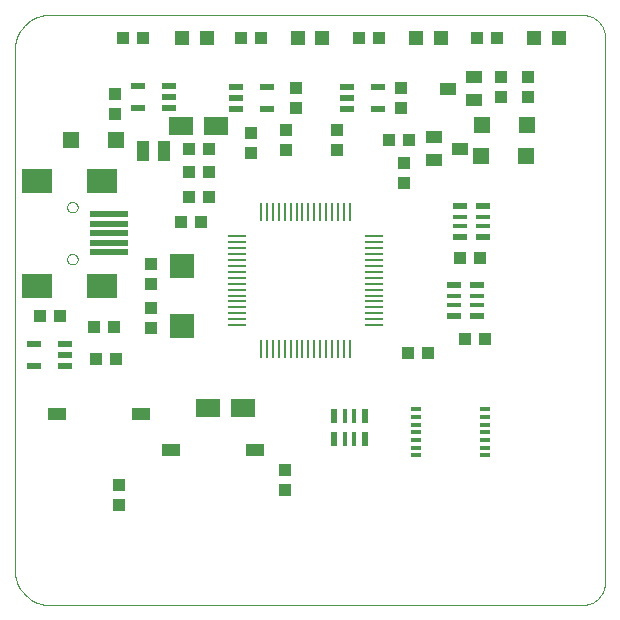
<source format=gtp>
G75*
G70*
%OFA0B0*%
%FSLAX24Y24*%
%IPPOS*%
%LPD*%
%AMOC8*
5,1,8,0,0,1.08239X$1,22.5*
%
%ADD10C,0.0000*%
%ADD11R,0.0433X0.0394*%
%ADD12R,0.0472X0.0472*%
%ADD13R,0.0394X0.0433*%
%ADD14R,0.0402X0.0701*%
%ADD15R,0.0790X0.0591*%
%ADD16R,0.0797X0.0591*%
%ADD17R,0.0354X0.0138*%
%ADD18R,0.0472X0.0217*%
%ADD19R,0.0984X0.0787*%
%ADD20R,0.1299X0.0197*%
%ADD21R,0.0591X0.0110*%
%ADD22R,0.0110X0.0591*%
%ADD23R,0.0800X0.0800*%
%ADD24R,0.0551X0.0394*%
%ADD25R,0.0551X0.0551*%
%ADD26R,0.0173X0.0453*%
%ADD27R,0.0248X0.0453*%
%ADD28R,0.0453X0.0173*%
%ADD29R,0.0453X0.0248*%
%ADD30R,0.0600X0.0400*%
D10*
X002641Y001725D02*
X002641Y019048D01*
X002643Y019114D01*
X002648Y019180D01*
X002658Y019246D01*
X002671Y019311D01*
X002687Y019375D01*
X002707Y019438D01*
X002731Y019500D01*
X002758Y019560D01*
X002788Y019619D01*
X002822Y019676D01*
X002859Y019731D01*
X002899Y019784D01*
X002941Y019835D01*
X002987Y019883D01*
X003035Y019929D01*
X003086Y019971D01*
X003139Y020011D01*
X003194Y020048D01*
X003251Y020082D01*
X003310Y020112D01*
X003370Y020139D01*
X003432Y020163D01*
X003495Y020183D01*
X003559Y020199D01*
X003624Y020212D01*
X003690Y020222D01*
X003756Y020227D01*
X003822Y020229D01*
X021538Y020229D01*
X021592Y020227D01*
X021645Y020222D01*
X021698Y020213D01*
X021750Y020200D01*
X021802Y020184D01*
X021852Y020164D01*
X021900Y020141D01*
X021947Y020114D01*
X021992Y020085D01*
X022035Y020052D01*
X022075Y020017D01*
X022113Y019979D01*
X022148Y019939D01*
X022181Y019896D01*
X022210Y019851D01*
X022237Y019804D01*
X022260Y019756D01*
X022280Y019706D01*
X022296Y019654D01*
X022309Y019602D01*
X022318Y019549D01*
X022323Y019496D01*
X022325Y019442D01*
X022326Y019442D02*
X022326Y001332D01*
X022325Y001332D02*
X022323Y001278D01*
X022318Y001225D01*
X022309Y001172D01*
X022296Y001120D01*
X022280Y001068D01*
X022260Y001018D01*
X022237Y000970D01*
X022210Y000923D01*
X022181Y000878D01*
X022148Y000835D01*
X022113Y000795D01*
X022075Y000757D01*
X022035Y000722D01*
X021992Y000689D01*
X021947Y000660D01*
X021900Y000633D01*
X021852Y000610D01*
X021802Y000590D01*
X021750Y000574D01*
X021698Y000561D01*
X021645Y000552D01*
X021592Y000547D01*
X021538Y000545D01*
X021538Y000544D02*
X003822Y000544D01*
X003756Y000546D01*
X003690Y000551D01*
X003624Y000561D01*
X003559Y000574D01*
X003495Y000590D01*
X003432Y000610D01*
X003370Y000634D01*
X003310Y000661D01*
X003251Y000691D01*
X003194Y000725D01*
X003139Y000762D01*
X003086Y000802D01*
X003035Y000844D01*
X002987Y000890D01*
X002941Y000938D01*
X002899Y000989D01*
X002859Y001042D01*
X002822Y001097D01*
X002788Y001154D01*
X002758Y001213D01*
X002731Y001273D01*
X002707Y001335D01*
X002687Y001398D01*
X002671Y001462D01*
X002658Y001527D01*
X002648Y001593D01*
X002643Y001659D01*
X002641Y001725D01*
X004381Y012080D02*
X004383Y012106D01*
X004389Y012132D01*
X004399Y012157D01*
X004412Y012180D01*
X004428Y012200D01*
X004448Y012218D01*
X004470Y012233D01*
X004493Y012245D01*
X004519Y012253D01*
X004545Y012257D01*
X004571Y012257D01*
X004597Y012253D01*
X004623Y012245D01*
X004647Y012233D01*
X004668Y012218D01*
X004688Y012200D01*
X004704Y012180D01*
X004717Y012157D01*
X004727Y012132D01*
X004733Y012106D01*
X004735Y012080D01*
X004733Y012054D01*
X004727Y012028D01*
X004717Y012003D01*
X004704Y011980D01*
X004688Y011960D01*
X004668Y011942D01*
X004646Y011927D01*
X004623Y011915D01*
X004597Y011907D01*
X004571Y011903D01*
X004545Y011903D01*
X004519Y011907D01*
X004493Y011915D01*
X004469Y011927D01*
X004448Y011942D01*
X004428Y011960D01*
X004412Y011980D01*
X004399Y012003D01*
X004389Y012028D01*
X004383Y012054D01*
X004381Y012080D01*
X004381Y013812D02*
X004383Y013838D01*
X004389Y013864D01*
X004399Y013889D01*
X004412Y013912D01*
X004428Y013932D01*
X004448Y013950D01*
X004470Y013965D01*
X004493Y013977D01*
X004519Y013985D01*
X004545Y013989D01*
X004571Y013989D01*
X004597Y013985D01*
X004623Y013977D01*
X004647Y013965D01*
X004668Y013950D01*
X004688Y013932D01*
X004704Y013912D01*
X004717Y013889D01*
X004727Y013864D01*
X004733Y013838D01*
X004735Y013812D01*
X004733Y013786D01*
X004727Y013760D01*
X004717Y013735D01*
X004704Y013712D01*
X004688Y013692D01*
X004668Y013674D01*
X004646Y013659D01*
X004623Y013647D01*
X004597Y013639D01*
X004571Y013635D01*
X004545Y013635D01*
X004519Y013639D01*
X004493Y013647D01*
X004469Y013659D01*
X004448Y013674D01*
X004428Y013692D01*
X004412Y013712D01*
X004399Y013735D01*
X004389Y013760D01*
X004383Y013786D01*
X004381Y013812D01*
D11*
X008187Y013315D03*
X008857Y013315D03*
X009113Y014158D03*
X008444Y014158D03*
X010528Y015611D03*
X010528Y016280D03*
X015601Y015277D03*
X015601Y014608D03*
X017487Y012133D03*
X018157Y012133D03*
X018325Y009405D03*
X017656Y009405D03*
X006119Y004551D03*
X006119Y003882D03*
X004136Y010201D03*
X003467Y010201D03*
X018865Y017489D03*
X019747Y017494D03*
X019747Y018163D03*
X018865Y018159D03*
D12*
X019944Y019442D03*
X020771Y019442D03*
X016834Y019442D03*
X016007Y019442D03*
X012897Y019442D03*
X012070Y019442D03*
X009048Y019442D03*
X008221Y019442D03*
D13*
X006912Y019442D03*
X006243Y019442D03*
X005974Y017597D03*
X005974Y016927D03*
X008444Y015763D03*
X009113Y015763D03*
X009113Y014971D03*
X008444Y014971D03*
X011678Y015711D03*
X011678Y016380D03*
X012028Y017111D03*
X012028Y017780D03*
X013378Y016380D03*
X013378Y015711D03*
X015122Y016047D03*
X015791Y016047D03*
X015528Y017111D03*
X015528Y017780D03*
X014786Y019442D03*
X014117Y019442D03*
X010849Y019442D03*
X010180Y019442D03*
X018054Y019442D03*
X018723Y019442D03*
X007178Y011930D03*
X007178Y011261D03*
X007178Y010450D03*
X007178Y009781D03*
X005963Y009833D03*
X005294Y009833D03*
X005344Y008746D03*
X006013Y008746D03*
X011640Y005062D03*
X011640Y004393D03*
X015740Y008952D03*
X016410Y008952D03*
D14*
X007629Y015696D03*
X006928Y015696D03*
D15*
X008187Y016516D03*
X010256Y007115D03*
D16*
X009093Y007115D03*
X009350Y016516D03*
D17*
X016008Y007077D03*
X016008Y006821D03*
X016008Y006565D03*
X016008Y006309D03*
X016008Y006053D03*
X016008Y005797D03*
X016008Y005541D03*
X018311Y005541D03*
X018311Y005797D03*
X018311Y006053D03*
X018311Y006309D03*
X018311Y006565D03*
X018311Y006821D03*
X018311Y007077D03*
D18*
X004318Y008505D03*
X004318Y008879D03*
X004318Y009253D03*
X003294Y009253D03*
X003294Y008505D03*
X006757Y017112D03*
X006757Y017860D03*
X007780Y017860D03*
X007780Y017486D03*
X007780Y017112D03*
X010017Y017072D03*
X010017Y017446D03*
X010017Y017820D03*
X011040Y017820D03*
X011040Y017072D03*
X013717Y017072D03*
X013717Y017446D03*
X013717Y017820D03*
X014740Y017820D03*
X014740Y017072D03*
D19*
X005542Y014698D03*
X003376Y014698D03*
X003376Y011194D03*
X005542Y011194D03*
D20*
X005778Y012316D03*
X005778Y012631D03*
X005778Y012946D03*
X005778Y013261D03*
X005778Y013576D03*
D21*
X010045Y012835D03*
X010045Y012638D03*
X010045Y012441D03*
X010045Y012244D03*
X010045Y012047D03*
X010045Y011851D03*
X010045Y011654D03*
X010045Y011457D03*
X010045Y011260D03*
X010045Y011063D03*
X010045Y010866D03*
X010045Y010669D03*
X010045Y010473D03*
X010045Y010276D03*
X010045Y010079D03*
X010045Y009882D03*
X014612Y009882D03*
X014612Y010079D03*
X014612Y010276D03*
X014612Y010473D03*
X014612Y010669D03*
X014612Y010866D03*
X014612Y011063D03*
X014612Y011260D03*
X014612Y011457D03*
X014612Y011654D03*
X014612Y011851D03*
X014612Y012047D03*
X014612Y012244D03*
X014612Y012441D03*
X014612Y012638D03*
X014612Y012835D03*
D22*
X013805Y013642D03*
X013608Y013642D03*
X013411Y013642D03*
X013214Y013642D03*
X013017Y013642D03*
X012821Y013642D03*
X012624Y013642D03*
X012427Y013642D03*
X012230Y013642D03*
X012033Y013642D03*
X011836Y013642D03*
X011639Y013642D03*
X011443Y013642D03*
X011246Y013642D03*
X011049Y013642D03*
X010852Y013642D03*
X010852Y009075D03*
X011049Y009075D03*
X011246Y009075D03*
X011443Y009075D03*
X011639Y009075D03*
X011836Y009075D03*
X012033Y009075D03*
X012230Y009075D03*
X012427Y009075D03*
X012624Y009075D03*
X012821Y009075D03*
X013017Y009075D03*
X013214Y009075D03*
X013411Y009075D03*
X013608Y009075D03*
X013805Y009075D03*
D23*
X008216Y009858D03*
X008216Y011858D03*
D24*
X016625Y015392D03*
X017491Y015766D03*
X016625Y016140D03*
X017951Y017392D03*
X017085Y017766D03*
X017951Y018140D03*
D25*
X018227Y016536D03*
X019724Y016536D03*
X019683Y015530D03*
X018187Y015530D03*
X006006Y016056D03*
X004510Y016056D03*
D26*
X013641Y006859D03*
X013956Y006859D03*
X013956Y006091D03*
X013641Y006091D03*
D27*
X013289Y006091D03*
X014309Y006091D03*
X014309Y006859D03*
X013289Y006859D03*
D28*
X017270Y010539D03*
X018037Y010539D03*
X018037Y010854D03*
X017270Y010854D03*
X017471Y013180D03*
X017471Y013495D03*
X018239Y013495D03*
X018239Y013180D03*
D29*
X018239Y012828D03*
X017471Y012828D03*
X017471Y013848D03*
X018239Y013848D03*
X018037Y011206D03*
X017270Y011206D03*
X017270Y010186D03*
X018037Y010186D03*
D30*
X010651Y005704D03*
X007851Y005704D03*
X006861Y006917D03*
X004061Y006917D03*
M02*

</source>
